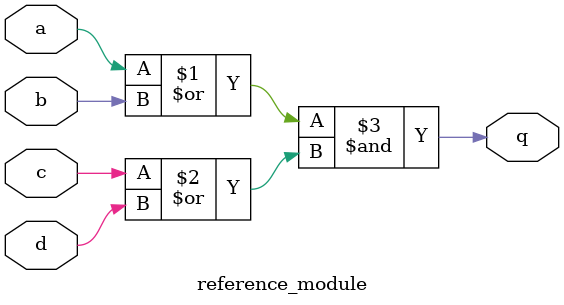
<source format=sv>
module reference_module (
	input a, 
	input b, 
	input c, 
	input d,
	output q
);

	assign q = (a|b) & (c|d);
	
endmodule

</source>
